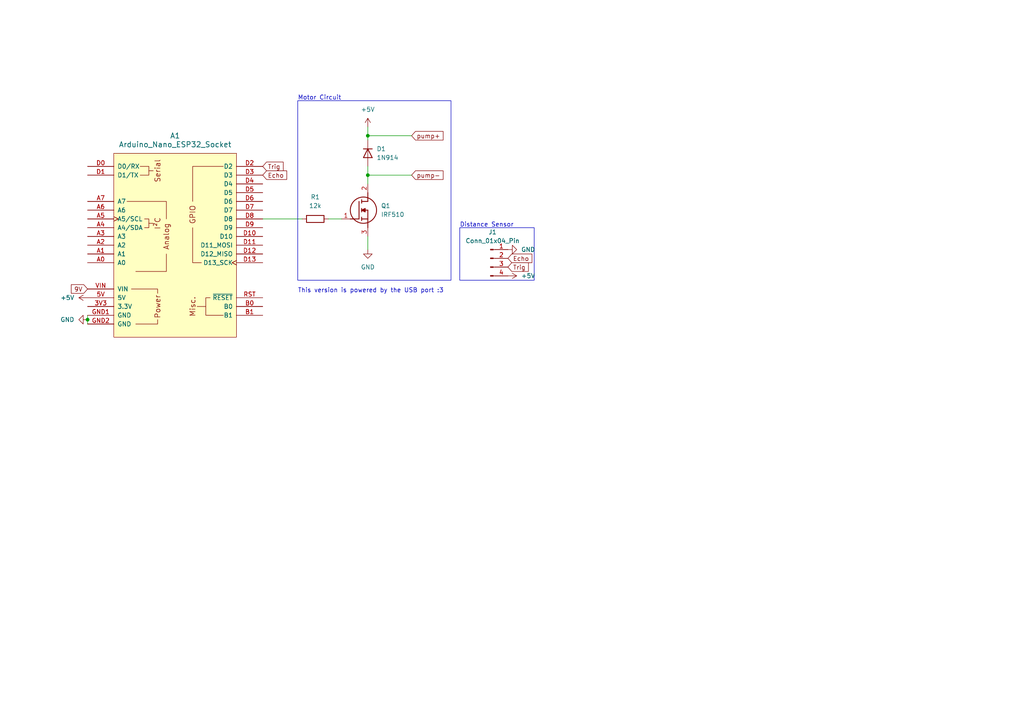
<source format=kicad_sch>
(kicad_sch (version 20230121) (generator eeschema)
  (paper "A4")
  (lib_symbols
    (symbol "Connector:Conn_01x04_Pin" (pin_names (offset 1.016) hide)
      (property "Reference" "J" (at 0 5.08 0))
      (property "Value" "Conn_01x04_Pin" (at 0 -7.62 0))
      (symbol "Conn_01x04_Pin_1_1"
        (polyline (pts (xy 1.27 -5.08) (xy 0.8636 -5.08)) (stroke (width 0.1524)))
        (polyline (pts (xy 1.27 -2.54) (xy 0.8636 -2.54)) (stroke (width 0.1524)))
        (polyline (pts (xy 1.27 0) (xy 0.8636 0)) (stroke (width 0.1524)))
        (polyline (pts (xy 1.27 2.54) (xy 0.8636 2.54)) (stroke (width 0.1524)))
        (rectangle (start 0.8636 -4.953) (end 0 -5.207) (stroke (width 0.1524)) (fill (type outline)))
        (rectangle (start 0.8636 -2.413) (end 0 -2.667) (stroke (width 0.1524)) (fill (type outline)))
        (rectangle (start 0.8636 0.127) (end 0 -0.127) (stroke (width 0.1524)) (fill (type outline)))
        (rectangle (start 0.8636 2.667) (end 0 2.413) (stroke (width 0.1524)) (fill (type outline)))
        (pin passive line (at 5.08 2.54 180) (length 3.81) (name "Pin_1") (number "1"))
        (pin passive line (at 5.08 0 180) (length 3.81) (name "Pin_2") (number "2"))
        (pin passive line (at 5.08 -2.54 180) (length 3.81) (name "Pin_3") (number "3"))
        (pin passive line (at 5.08 -5.08 180) (length 3.81) (name "Pin_4") (number "4"))
      )
    )
    (symbol "Device:R" (pin_numbers hide) (pin_names (offset 0))
      (property "Reference" "R" (at 2.032 0 90))
      (property "Value" "R" (at 0 0 90))
      (symbol "R_0_1"
        (rectangle (start -1.016 -2.54) (end 1.016 2.54) (stroke (width 0.254)))
      )
      (symbol "R_1_1"
        (pin passive line (at 0 3.81 270) (length 1.27) (name "~") (number "1"))
        (pin passive line (at 0 -3.81 90) (length 1.27) (name "~") (number "2"))
      )
    )
    (symbol "Diode:1N914" (pin_numbers hide) (pin_names hide)
      (property "Reference" "D" (at 0 2.54 0))
      (property "Value" "1N914" (at 0 -2.54 0))
      (symbol "1N914_0_1"
        (polyline (pts (xy -1.27 1.27) (xy -1.27 -1.27)) (stroke (width 0.254)))
        (polyline (pts (xy 1.27 0) (xy -1.27 0)))
        (polyline (pts (xy 1.27 1.27) (xy 1.27 -1.27) (xy -1.27 0) (xy 1.27 1.27)) (stroke (width 0.254)))
      )
      (symbol "1N914_1_1"
        (pin passive line (at -3.81 0 0) (length 2.54) (name "K") (number "1"))
        (pin passive line (at 3.81 0 180) (length 2.54) (name "A") (number "2"))
      )
    )
    (symbol "IRF510:IRF510" (pin_names hide)
      (property "Reference" "Q" (at 11.43 3.81 0))
      (property "Value" "IRF510" (at 11.43 1.27 0))
      (symbol "IRF510_1_1"
        (polyline (pts (xy 2.54 0) (xy 5.08 0)) (stroke (width 0.254)))
        (polyline (pts (xy 5.08 5.08) (xy 5.08 0)) (stroke (width 0.254)))
        (polyline (pts (xy 5.842 -0.508) (xy 5.842 0.508)) (stroke (width 0.254)))
        (polyline (pts (xy 5.842 0) (xy 7.62 0)) (stroke (width 0.254)))
        (polyline (pts (xy 5.842 2.032) (xy 5.842 3.048)) (stroke (width 0.254)))
        (polyline (pts (xy 5.842 5.588) (xy 5.842 4.572)) (stroke (width 0.254)))
        (polyline (pts (xy 7.62 2.54) (xy 5.842 2.54)) (stroke (width 0.254)))
        (polyline (pts (xy 7.62 2.54) (xy 7.62 -2.54)) (stroke (width 0.254)))
        (polyline (pts (xy 7.62 5.08) (xy 5.842 5.08)) (stroke (width 0.254)))
        (polyline (pts (xy 7.62 5.08) (xy 7.62 7.62)) (stroke (width 0.254)))
        (polyline (pts (xy 5.842 2.54) (xy 6.858 3.048) (xy 6.858 2.032) (xy 5.842 2.54)) (stroke (width 0.254)) (fill (type outline)))
        (circle (center 6.35 2.54) (radius 3.81) (stroke (width 0.254)))
        (pin passive line (at 0 0 0) (length 2.54) (name "G") (number "1"))
        (pin passive line (at 7.62 10.16 270) (length 2.54) (name "D") (number "2"))
        (pin passive line (at 7.62 -5.08 90) (length 2.54) (name "S") (number "3"))
      )
    )
    (symbol "arduino-library:Arduino_Nano_ESP32_Socket" (pin_names (offset 1.016))
      (property "Reference" "A" (at 0 33.02 0))
      (property "Value" "Arduino_Nano_ESP32_Socket" (at 0 29.21 0))
      (symbol "Arduino_Nano_ESP32_Socket_0_0"
        (rectangle (start -17.78 26.67) (end 17.78 -26.67) (fill (type background)))
        (polyline (pts (xy -7.62 6.35) (xy -6.35 6.35)))
        (polyline (pts (xy -7.62 21.59) (xy -6.35 21.59)))
        (polyline (pts (xy 8.89 -17.78) (xy 6.35 -17.78)))
        (polyline (pts (xy -11.43 -22.86) (xy -5.08 -22.86) (xy -5.08 -21.59)))
        (polyline (pts (xy -5.08 -13.97) (xy -5.08 -12.7) (xy -12.7 -12.7)))
        (polyline (pts (xy -10.16 22.86) (xy -7.62 22.86) (xy -7.62 20.32) (xy -10.16 20.32)))
        (polyline (pts (xy -8.89 7.62) (xy -7.62 7.62) (xy -7.62 5.08) (xy -8.89 5.08)))
        (text "Analog" (at -2.54 2.54 900) (effects (font (size 1.524 1.524))))
        (text "I²C" (at -5.08 6.35 900) (effects (font (size 1.524 1.524))))
        (text "Misc." (at 5.08 -17.78 900) (effects (font (size 1.524 1.524))))
        (text "Power" (at -5.08 -17.78 900) (effects (font (size 1.524 1.524))))
        (text "Serial" (at -5.08 21.59 900) (effects (font (size 1.524 1.524))))
      )
      (symbol "Arduino_Nano_ESP32_Socket_0_1"
        (polyline (pts (xy -13.97 12.7) (xy -2.54 12.7) (xy -2.54 7.62)))
        (polyline (pts (xy -11.43 -7.62) (xy -2.54 -7.62) (xy -2.54 -2.54)))
        (polyline (pts (xy 7.62 -5.08) (xy 5.08 -5.08) (xy 5.08 5.08)))
        (polyline (pts (xy 13.97 22.86) (xy 5.08 22.86) (xy 5.08 12.7)))
        (polyline (pts (xy 10.16 -15.24) (xy 8.89 -15.24) (xy 8.89 -20.32) (xy 13.97 -20.32)))
      )
      (symbol "Arduino_Nano_ESP32_Socket_1_0"
        (text "GPIO" (at 5.08 8.89 900) (effects (font (size 1.524 1.524))))
      )
      (symbol "Arduino_Nano_ESP32_Socket_1_1"
        (pin power_out line (at -25.4 -17.78 0) (length 7.62) (name "3.3V") (number "3V3"))
        (pin power_in line (at -25.4 -15.24 0) (length 7.62) (name "5V") (number "5V"))
        (pin bidirectional line (at -25.4 -5.08 0) (length 7.62) (name "A0") (number "A0"))
        (pin bidirectional line (at -25.4 -2.54 0) (length 7.62) (name "A1") (number "A1"))
        (pin bidirectional line (at -25.4 0 0) (length 7.62) (name "A2") (number "A2"))
        (pin bidirectional line (at -25.4 2.54 0) (length 7.62) (name "A3") (number "A3"))
        (pin bidirectional line (at -25.4 5.08 0) (length 7.62) (name "A4/SDA") (number "A4"))
        (pin bidirectional clock (at -25.4 7.62 0) (length 7.62) (name "A5/SCL") (number "A5"))
        (pin input line (at -25.4 10.16 0) (length 7.62) (name "A6") (number "A6"))
        (pin input line (at -25.4 12.7 0) (length 7.62) (name "A7") (number "A7"))
        (pin bidirectional line (at 25.4 -17.78 180) (length 7.62) (name "B0") (number "B0"))
        (pin bidirectional line (at 25.4 -20.32 180) (length 7.62) (name "B1") (number "B1"))
        (pin bidirectional line (at -25.4 22.86 0) (length 7.62) (name "D0/RX") (number "D0"))
        (pin bidirectional line (at -25.4 20.32 0) (length 7.62) (name "D1/TX") (number "D1"))
        (pin bidirectional line (at 25.4 2.54 180) (length 7.62) (name "D10") (number "D10"))
        (pin bidirectional line (at 25.4 0 180) (length 7.62) (name "D11_MOSI") (number "D11"))
        (pin bidirectional line (at 25.4 -2.54 180) (length 7.62) (name "D12_MISO") (number "D12"))
        (pin bidirectional clock (at 25.4 -5.08 180) (length 7.62) (name "D13_SCK") (number "D13"))
        (pin bidirectional line (at 25.4 22.86 180) (length 7.62) (name "D2") (number "D2"))
        (pin bidirectional line (at 25.4 20.32 180) (length 7.62) (name "D3") (number "D3"))
        (pin bidirectional line (at 25.4 17.78 180) (length 7.62) (name "D4") (number "D4"))
        (pin bidirectional line (at 25.4 15.24 180) (length 7.62) (name "D5") (number "D5"))
        (pin bidirectional line (at 25.4 12.7 180) (length 7.62) (name "D6") (number "D6"))
        (pin bidirectional line (at 25.4 10.16 180) (length 7.62) (name "D7") (number "D7"))
        (pin bidirectional line (at 25.4 7.62 180) (length 7.62) (name "D8") (number "D8"))
        (pin bidirectional line (at 25.4 5.08 180) (length 7.62) (name "D9") (number "D9"))
        (pin power_in line (at -25.4 -20.32 0) (length 7.62) (name "GND") (number "GND1"))
        (pin power_in line (at -25.4 -22.86 0) (length 7.62) (name "GND") (number "GND2"))
        (pin open_collector line (at 25.4 -15.24 180) (length 7.62) (name "~{RESET}") (number "RST"))
        (pin power_in line (at -25.4 -12.7 0) (length 7.62) (name "VIN") (number "VIN"))
      )
    )
    (symbol "power:+5V" (power) (pin_names (offset 0))
      (property "Value" "+5V" (at 0 3.556 0))
      (symbol "+5V_0_1"
        (polyline (pts (xy -0.762 1.27) (xy 0 2.54)))
        (polyline (pts (xy 0 0) (xy 0 2.54)))
        (polyline (pts (xy 0 2.54) (xy 0.762 1.27)))
      )
      (symbol "+5V_1_1"
        (pin power_in line (at 0 0 90) (length 0) hide (name "+5V") (number "1"))
      )
    )
    (symbol "power:GND" (power) (pin_names (offset 0))
      (property "Value" "GND" (at 0 -3.81 0))
      (symbol "GND_0_1"
        (polyline (pts (xy 0 0) (xy 0 -1.27) (xy 1.27 -1.27) (xy 0 -2.54) (xy -1.27 -1.27) (xy 0 -1.27)))
      )
      (symbol "GND_1_1"
        (pin power_in line (at 0 0 270) (length 0) hide (name "GND") (number "1"))
      )
    )
  )
  (junction (at 106.68 50.8))
  (junction (at 106.68 39.37))
  (junction (at 25.4 92.71))
  (wire (pts (xy 76.2 63.5) (xy 87.63 63.5)))
  (wire (pts (xy 106.68 36.83) (xy 106.68 39.37)))
  (wire (pts (xy 106.68 68.58) (xy 106.68 72.39)))
  (wire (pts (xy 106.68 50.8) (xy 106.68 53.34)))
  (wire (pts (xy 25.4 92.71) (xy 25.4 93.98)))
  (wire (pts (xy 106.68 48.26) (xy 106.68 50.8)))
  (wire (pts (xy 95.25 63.5) (xy 99.06 63.5)))
  (wire (pts (xy 106.68 50.8) (xy 119.38 50.8)))
  (wire (pts (xy 25.4 91.44) (xy 25.4 92.71)))
  (wire (pts (xy 106.68 39.37) (xy 119.38 39.37)))
  (wire (pts (xy 106.68 39.37) (xy 106.68 40.64)))
  (rectangle (start 86.36 29.21) (end 130.81 81.28))
  (rectangle (start 133.35 66.04) (end 154.94 81.28))
  (text "This version is powered by the USB port :3" (at 86.36 85.09 0) (effects (font (size 1.27 1.27)) (justify left bottom)))
  (text "Motor Circuit" (at 86.36 29.21 0) (effects (font (size 1.27 1.27)) (justify left bottom)))
  (text "Distance Sensor" (at 133.35 66.04 0) (effects (font (size 1.27 1.27)) (justify left bottom)))
  (global_label "Trig" (shape input) (at 76.2 48.26 0) (property "Intersheetrefs" "${INTERSHEET_REFS}" (effects hide)))
  (global_label "pump-" (shape input) (at 119.38 50.8 0) (property "Intersheetrefs" "${INTERSHEET_REFS}" (effects hide)))
  (global_label "Echo" (shape input) (at 147.32 74.93 0) (property "Intersheetrefs" "${INTERSHEET_REFS}" (effects hide)))
  (global_label "pump+" (shape input) (at 119.38 39.37 0) (property "Intersheetrefs" "${INTERSHEET_REFS}" (effects hide)))
  (global_label "Trig" (shape input) (at 147.32 77.47 0) (property "Intersheetrefs" "${INTERSHEET_REFS}" (effects hide)))
  (global_label "Echo" (shape input) (at 76.2 50.8 0) (property "Intersheetrefs" "${INTERSHEET_REFS}" (effects hide)))
  (global_label "9V" (shape input) (at 25.4 83.82 180) (property "Intersheetrefs" "${INTERSHEET_REFS}" (effects hide)))
  (symbol (lib_id "power:GND") (at 147.32 72.39 90) (unit 1)
    (property "Reference" "#PWR04" (effects hide))
    (property "Value" "GND" (at 151.13 72.39 90) (effects (justify right)))
  )
  (symbol (lib_id "IRF510:IRF510") (at 99.06 63.5 0) (unit 1)
    (property "Reference" "Q1" (at 110.49 59.69 0) (effects (justify left)))
    (property "Value" "IRF510" (at 110.49 62.23 0) (effects (justify left)))
    (property "Footprint" "footprints:IRF510PBF" (effects hide))
    (property "Datasheet" "https://datasheet.datasheetarchive.com/originals/distributors/Datasheets-DGA23/1581363.pdf" (effects hide))
    (property "Height" "4.65" (effects hide))
    (property "Mouser Part Number" "844-IRF510" (effects hide))
    (property "Mouser Price/Stock" "https://www.mouser.co.uk/ProductDetail/Vishay-Siliconix/IRF510?qs=ehM%252BESVsXgwwPzb18JjqFw%3D%3D" (effects hide))
    (property "Manufacturer_Name" "Vishay" (effects hide))
    (property "Manufacturer_Part_Number" "IRF510" (effects hide))
  )
  (symbol (lib_id "power:GND") (at 106.68 72.39 0) (unit 1)
    (property "Reference" "#PWR03" (effects hide))
    (property "Value" "GND" (at 106.68 77.47 0))
  )
  (symbol (lib_id "power:+5V") (at 147.32 80.01 270) (unit 1)
    (property "Reference" "#PWR05" (effects hide))
    (property "Value" "+5V" (at 151.13 80.01 90) (effects (justify left)))
  )
  (symbol (lib_id "Diode:1N914") (at 106.68 44.45 270) (unit 1)
    (property "Reference" "D1" (at 109.22 43.18 90) (effects (justify left)))
    (property "Value" "1N914" (at 109.22 45.72 90) (effects (justify left)))
    (property "Footprint" "Diode_THT:D_DO-35_SOD27_P7.62mm_Horizontal" (effects hide))
    (property "Datasheet" "http://www.vishay.com/docs/85622/1n914.pdf" (effects hide))
    (property "Sim.Device" "D" (effects hide))
    (property "Sim.Pins" "1=K 2=A" (effects hide))
  )
  (symbol (lib_id "Device:R") (at 91.44 63.5 90) (unit 1)
    (property "Reference" "R1" (at 91.44 57.15 90))
    (property "Value" "12k" (at 91.44 59.69 90))
    (property "Footprint" "Resistor_THT:R_Axial_DIN0207_L6.3mm_D2.5mm_P7.62mm_Horizontal" (effects hide))
  )
  (symbol (lib_id "power:+5V") (at 106.68 36.83 0) (unit 1)
    (property "Reference" "#PWR02" (effects hide))
    (property "Value" "+5V" (at 106.68 31.75 0))
  )
  (symbol (lib_id "arduino-library:Arduino_Nano_ESP32_Socket") (at 50.8 71.12 0) (unit 1)
    (property "Reference" "A1" (at 50.8 39.37 0) (effects (font (size 1.524 1.524))))
    (property "Value" "Arduino_Nano_ESP32_Socket" (at 50.8 41.91 0) (effects (font (size 1.524 1.524))))
    (property "Footprint" "footprints:Arduino_Nano_ESP32_Socket" (effects hide))
    (property "Datasheet" "https://docs.arduino.cc/hardware/nano-esp32" (effects hide))
  )
  (symbol (lib_id "power:+5V") (at 25.4 86.36 90) (unit 1)
    (property "Reference" "#PWR06" (effects hide))
    (property "Value" "+5V" (at 21.59 86.36 90) (effects (justify left)))
  )
  (symbol (lib_id "power:GND") (at 25.4 92.71 270) (unit 1)
    (property "Reference" "#PWR01" (effects hide))
    (property "Value" "GND" (at 21.59 92.71 90) (effects (justify right)))
  )
  (symbol (lib_id "Connector:Conn_01x04_Pin") (at 142.24 74.93 0) (unit 1)
    (property "Reference" "J1" (at 142.875 67.31 0))
    (property "Value" "Conn_01x04_Pin" (at 142.875 69.85 0))
    (property "Footprint" "Connector_PinHeader_2.54mm:PinHeader_1x04_P2.54mm_Vertical" (effects hide))
  )
)
</source>
